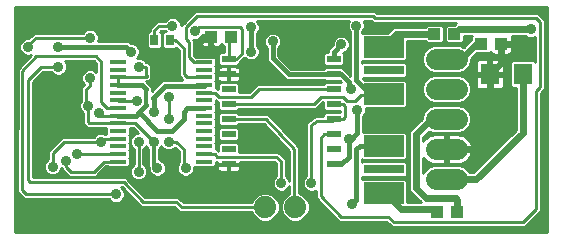
<source format=gbl>
G75*
G70*
%OFA0B0*%
%FSLAX24Y24*%
%IPPOS*%
%LPD*%
%AMOC8*
5,1,8,0,0,1.08239X$1,22.5*
%
%ADD10R,0.0550X0.0137*%
%ADD11R,0.0472X0.0236*%
%ADD12R,0.0276X0.0354*%
%ADD13R,0.0433X0.0394*%
%ADD14R,0.1339X0.0728*%
%ADD15R,0.1339X0.0315*%
%ADD16C,0.0740*%
%ADD17C,0.0709*%
%ADD18R,0.0630X0.0709*%
%ADD19C,0.0356*%
%ADD20C,0.0100*%
%ADD21C,0.0160*%
%ADD22C,0.0120*%
%ADD23C,0.0240*%
%ADD24C,0.0140*%
D10*
X004418Y003282D03*
X004418Y003538D03*
X004418Y003793D03*
X004418Y004049D03*
X004418Y004305D03*
X004418Y004561D03*
X004418Y004817D03*
X004418Y005073D03*
X004418Y005329D03*
X004418Y005585D03*
X004418Y005841D03*
X004418Y006097D03*
X004418Y006353D03*
X004418Y006608D03*
X007297Y006608D03*
X007297Y006353D03*
X007297Y006097D03*
X007297Y005841D03*
X007297Y005585D03*
X007297Y005329D03*
X007297Y005073D03*
X007297Y004817D03*
X007297Y004561D03*
X007297Y004305D03*
X007297Y004049D03*
X007297Y003793D03*
X007297Y003538D03*
X007297Y003282D03*
D11*
X008108Y003195D03*
X008108Y003695D03*
X008108Y004195D03*
X008108Y004695D03*
X008108Y005195D03*
X008108Y005695D03*
X008108Y006195D03*
X008108Y006695D03*
X011608Y006695D03*
X011608Y006195D03*
X011608Y005695D03*
X011608Y005195D03*
X011608Y004695D03*
X011608Y004195D03*
X011608Y003695D03*
X011608Y003195D03*
D12*
X006141Y007339D03*
X005629Y007339D03*
D13*
X007515Y007445D03*
X008184Y007445D03*
X014966Y007535D03*
X015635Y007535D03*
X016523Y007195D03*
X017192Y007195D03*
X015733Y001604D03*
X015063Y001604D03*
D14*
X013282Y002235D03*
X013282Y003810D03*
X013276Y005538D03*
X013276Y007112D03*
D15*
X013276Y006325D03*
X013282Y003023D03*
D16*
X010324Y001766D03*
X009324Y001766D03*
D17*
X015003Y002695D02*
X015712Y002695D01*
X015712Y003695D02*
X015003Y003695D01*
X015003Y004695D02*
X015712Y004695D01*
X015712Y005695D02*
X015003Y005695D01*
X015003Y006695D02*
X015712Y006695D01*
D18*
X016806Y006195D03*
X017909Y006195D03*
D19*
X017858Y007195D03*
X018170Y007695D03*
X012358Y007820D03*
X011858Y007195D03*
X009576Y007289D03*
X008858Y006945D03*
X008858Y007758D03*
X006983Y007633D03*
X006233Y007820D03*
X007108Y006945D03*
X005108Y006445D03*
X004858Y006945D03*
X003483Y007420D03*
X002420Y007101D03*
X001420Y007101D03*
X002431Y006441D03*
X003483Y006070D03*
X005045Y005320D03*
X005608Y004945D03*
X006108Y004695D03*
X006108Y005445D03*
X003788Y004905D03*
X003423Y005145D03*
X003858Y003945D03*
X003045Y003539D03*
X002701Y003289D03*
X002237Y003113D03*
X004358Y002195D03*
X005108Y002945D03*
X005733Y003070D03*
X006108Y003445D03*
X006670Y003070D03*
X006108Y003945D03*
X005608Y003945D03*
X005108Y003945D03*
X008358Y002445D03*
X009858Y002570D03*
X010858Y002570D03*
X012206Y001861D03*
X012108Y004039D03*
X012389Y005008D03*
X012201Y005695D03*
D20*
X000989Y008449D02*
X000982Y000945D01*
X018729Y000945D01*
X018722Y008446D01*
X000989Y008449D01*
X000989Y008400D02*
X018722Y008400D01*
X018723Y008301D02*
X000989Y008301D01*
X000988Y008203D02*
X006889Y008203D01*
X006885Y008199D02*
X006604Y007918D01*
X006521Y007834D01*
X006521Y007877D01*
X006477Y007983D01*
X006396Y008064D01*
X006290Y008108D01*
X006175Y008108D01*
X006069Y008064D01*
X005988Y007983D01*
X005981Y007967D01*
X005714Y007967D01*
X005621Y007873D01*
X005469Y007721D01*
X005469Y007626D01*
X005446Y007626D01*
X005381Y007561D01*
X005381Y007116D01*
X005446Y007052D01*
X005813Y007052D01*
X005877Y007116D01*
X005877Y007561D01*
X005819Y007619D01*
X005847Y007647D01*
X005998Y007647D01*
X006019Y007626D01*
X005958Y007626D01*
X005893Y007561D01*
X005893Y007116D01*
X005958Y007052D01*
X006324Y007052D01*
X006355Y007082D01*
X006448Y006989D01*
X006448Y006129D01*
X006546Y006030D01*
X006566Y006010D01*
X006057Y006010D01*
X006054Y006013D01*
X005979Y006010D01*
X005904Y006010D01*
X005901Y006007D01*
X005897Y006007D01*
X005846Y005952D01*
X005793Y005899D01*
X005793Y005895D01*
X005547Y005630D01*
X005547Y005774D01*
X005366Y005956D01*
X005377Y005956D01*
X005439Y005956D01*
X005443Y005961D01*
X005449Y005961D01*
X005489Y006007D01*
X005532Y006050D01*
X005532Y006056D01*
X005536Y006061D01*
X005532Y006122D01*
X005532Y006183D01*
X005528Y006187D01*
X005524Y006243D01*
X005524Y006436D01*
X005526Y006500D01*
X005524Y006502D01*
X005524Y006504D01*
X005479Y006550D01*
X005435Y006596D01*
X005432Y006596D01*
X005431Y006598D01*
X005367Y006598D01*
X005356Y006598D01*
X005352Y006608D01*
X005271Y006689D01*
X005165Y006733D01*
X005053Y006733D01*
X005102Y006782D01*
X005146Y006888D01*
X005146Y007002D01*
X005102Y007108D01*
X005021Y007189D01*
X004915Y007233D01*
X004838Y007233D01*
X004780Y007291D01*
X003741Y007291D01*
X003771Y007363D01*
X003771Y007478D01*
X003727Y007584D01*
X003646Y007665D01*
X003540Y007709D01*
X003425Y007709D01*
X003319Y007665D01*
X003238Y007584D01*
X003234Y007574D01*
X001604Y007574D01*
X001510Y007480D01*
X001419Y007389D01*
X001363Y007389D01*
X001257Y007346D01*
X001176Y007265D01*
X001132Y007159D01*
X001132Y007044D01*
X001176Y006938D01*
X001257Y006857D01*
X001363Y006813D01*
X001477Y006813D01*
X001522Y006832D01*
X001117Y006400D01*
X001071Y006355D01*
X001071Y006352D01*
X001069Y006350D01*
X001071Y006287D01*
X001061Y002398D01*
X001061Y002332D01*
X001061Y002265D01*
X001108Y002218D01*
X001155Y002171D01*
X001291Y002035D01*
X004112Y002035D01*
X004113Y002032D01*
X004194Y001951D01*
X004300Y001907D01*
X004415Y001907D01*
X004521Y001951D01*
X004602Y002032D01*
X004646Y002138D01*
X004646Y002252D01*
X004602Y002358D01*
X004521Y002439D01*
X004516Y002441D01*
X004541Y002441D01*
X005197Y001785D01*
X006291Y001785D01*
X006470Y001606D01*
X008871Y001606D01*
X008917Y001494D01*
X009052Y001359D01*
X009229Y001286D01*
X009420Y001286D01*
X009596Y001359D01*
X009731Y001494D01*
X009804Y001670D01*
X009804Y001861D01*
X009731Y002038D01*
X009596Y002173D01*
X009420Y002246D01*
X009229Y002246D01*
X009052Y002173D01*
X008917Y002038D01*
X008871Y001926D01*
X006603Y001926D01*
X006517Y002011D01*
X006424Y002105D01*
X005330Y002105D01*
X004767Y002668D01*
X004674Y002761D01*
X001580Y002761D01*
X001580Y005941D01*
X001924Y006285D01*
X002183Y006285D01*
X002187Y006277D01*
X002268Y006196D01*
X002374Y006153D01*
X002488Y006153D01*
X002594Y006196D01*
X002675Y006277D01*
X002719Y006383D01*
X002719Y006498D01*
X002675Y006604D01*
X002650Y006629D01*
X003604Y006629D01*
X003698Y006535D01*
X003698Y006263D01*
X003646Y006314D01*
X003540Y006358D01*
X003425Y006358D01*
X003319Y006314D01*
X003238Y006233D01*
X003194Y006127D01*
X003194Y006013D01*
X003238Y005907D01*
X003291Y005854D01*
X003198Y005761D01*
X003198Y005328D01*
X003178Y005308D01*
X003134Y005202D01*
X003134Y005088D01*
X003178Y004982D01*
X003259Y004901D01*
X003262Y004899D01*
X003262Y004549D01*
X003356Y004455D01*
X003356Y004455D01*
X003401Y004410D01*
X004033Y004410D01*
X004033Y004209D01*
X003972Y004209D01*
X003915Y004233D01*
X003800Y004233D01*
X003694Y004189D01*
X003613Y004108D01*
X003612Y004105D01*
X002541Y004105D01*
X002077Y003641D01*
X002077Y003358D01*
X002074Y003357D01*
X001993Y003276D01*
X001949Y003170D01*
X001949Y003055D01*
X001993Y002949D01*
X002074Y002868D01*
X002180Y002825D01*
X002294Y002825D01*
X002400Y002868D01*
X002481Y002949D01*
X002525Y003055D01*
X002525Y003057D01*
X002538Y003045D01*
X002541Y003043D01*
X002541Y003035D01*
X002698Y002879D01*
X002791Y002785D01*
X003674Y002785D01*
X003767Y002879D01*
X004010Y003122D01*
X004079Y003122D01*
X004098Y003103D01*
X004739Y003103D01*
X004803Y003168D01*
X004803Y003396D01*
X004789Y003410D01*
X004803Y003424D01*
X004803Y003652D01*
X004789Y003666D01*
X004803Y003679D01*
X004803Y003908D01*
X004789Y003921D01*
X004803Y003935D01*
X004803Y004163D01*
X004789Y004177D01*
X004803Y004191D01*
X004803Y004401D01*
X004925Y004401D01*
X005093Y004233D01*
X005050Y004233D01*
X004944Y004189D01*
X004863Y004108D01*
X004819Y004002D01*
X004819Y003888D01*
X004863Y003782D01*
X004944Y003701D01*
X004948Y003699D01*
X004948Y003191D01*
X004944Y003189D01*
X004863Y003108D01*
X004819Y003002D01*
X004819Y002888D01*
X004863Y002782D01*
X004944Y002701D01*
X005050Y002657D01*
X005165Y002657D01*
X005271Y002701D01*
X005352Y002782D01*
X005396Y002888D01*
X005396Y003002D01*
X005352Y003108D01*
X005271Y003189D01*
X005267Y003191D01*
X005267Y003699D01*
X005271Y003701D01*
X005352Y003782D01*
X005357Y003796D01*
X005363Y003782D01*
X005428Y003718D01*
X005428Y003284D01*
X005418Y003274D01*
X005418Y003116D01*
X005444Y003089D01*
X005444Y003013D01*
X005488Y002907D01*
X005569Y002826D01*
X005675Y002782D01*
X005790Y002782D01*
X005896Y002826D01*
X005977Y002907D01*
X006021Y003013D01*
X006021Y003127D01*
X005977Y003233D01*
X005896Y003314D01*
X005790Y003358D01*
X005787Y003358D01*
X005787Y003718D01*
X005852Y003782D01*
X005858Y003796D01*
X005863Y003782D01*
X005944Y003701D01*
X006050Y003657D01*
X006165Y003657D01*
X006271Y003701D01*
X006323Y003753D01*
X006448Y003629D01*
X006448Y003255D01*
X006426Y003233D01*
X006382Y003127D01*
X006382Y003013D01*
X006426Y002907D01*
X006507Y002826D01*
X006613Y002782D01*
X006727Y002782D01*
X006833Y002826D01*
X006914Y002907D01*
X006958Y003013D01*
X006958Y003121D01*
X006976Y003103D01*
X007617Y003103D01*
X007682Y003168D01*
X007682Y003285D01*
X007721Y003285D01*
X007721Y003204D01*
X008098Y003204D01*
X008098Y003186D01*
X007721Y003186D01*
X007721Y003057D01*
X007732Y003019D01*
X007751Y002985D01*
X007779Y002957D01*
X007813Y002937D01*
X007852Y002927D01*
X008098Y002927D01*
X008098Y003186D01*
X008117Y003186D01*
X008117Y003204D01*
X008494Y003204D01*
X008494Y003285D01*
X009622Y003285D01*
X009698Y003234D01*
X009698Y002816D01*
X009694Y002814D01*
X009613Y002733D01*
X009569Y002627D01*
X009569Y002513D01*
X009613Y002407D01*
X009694Y002326D01*
X009800Y002282D01*
X009915Y002282D01*
X010021Y002326D01*
X010102Y002407D01*
X010135Y002487D01*
X010135Y002207D01*
X010052Y002173D01*
X009917Y002038D01*
X009844Y001861D01*
X009844Y001670D01*
X009917Y001494D01*
X010052Y001359D01*
X010229Y001286D01*
X010420Y001286D01*
X010596Y001359D01*
X010731Y001494D01*
X010804Y001670D01*
X010804Y001861D01*
X010731Y002038D01*
X010596Y002173D01*
X010455Y002231D01*
X010455Y003692D01*
X010457Y003756D01*
X010455Y003758D01*
X010455Y003761D01*
X010410Y003806D01*
X009517Y004758D01*
X009517Y004761D01*
X009472Y004806D01*
X009429Y004853D01*
X009426Y004853D01*
X009424Y004855D01*
X009360Y004855D01*
X009296Y004857D01*
X009294Y004855D01*
X008454Y004855D01*
X008454Y004859D01*
X008389Y004923D01*
X007826Y004923D01*
X007761Y004859D01*
X007761Y004531D01*
X007826Y004467D01*
X008389Y004467D01*
X008454Y004531D01*
X008454Y004535D01*
X009288Y004535D01*
X010135Y003632D01*
X010135Y002653D01*
X010102Y002733D01*
X010021Y002814D01*
X010017Y002816D01*
X010017Y003272D01*
X010027Y003286D01*
X010017Y003336D01*
X010017Y003386D01*
X010005Y003399D01*
X010001Y003416D01*
X009959Y003444D01*
X009924Y003480D01*
X009906Y003480D01*
X009772Y003569D01*
X009736Y003605D01*
X009718Y003605D01*
X009704Y003615D01*
X009654Y003605D01*
X008454Y003605D01*
X008454Y003859D01*
X008389Y003923D01*
X007826Y003923D01*
X007761Y003859D01*
X007761Y003643D01*
X007706Y003698D01*
X007682Y003698D01*
X007682Y003908D01*
X007668Y003921D01*
X007682Y003935D01*
X007682Y004163D01*
X007668Y004177D01*
X007682Y004191D01*
X007682Y004419D01*
X007668Y004433D01*
X007682Y004447D01*
X007682Y004675D01*
X007668Y004689D01*
X007682Y004703D01*
X007682Y004931D01*
X007668Y004945D01*
X007682Y004959D01*
X007682Y005187D01*
X007668Y005201D01*
X007682Y005215D01*
X007682Y005332D01*
X007729Y005285D01*
X007761Y005285D01*
X007761Y005031D01*
X007826Y004967D01*
X008389Y004967D01*
X008454Y005031D01*
X008454Y005035D01*
X011018Y005035D01*
X011261Y005279D01*
X011261Y005031D01*
X011326Y004967D01*
X011823Y004967D01*
X011823Y004923D01*
X011326Y004923D01*
X011261Y004859D01*
X011261Y004793D01*
X011061Y004793D01*
X011011Y004802D01*
X010997Y004793D01*
X010979Y004793D01*
X010943Y004757D01*
X010809Y004668D01*
X010791Y004668D01*
X010756Y004632D01*
X010714Y004604D01*
X010710Y004586D01*
X010698Y004574D01*
X010698Y004523D01*
X010688Y004474D01*
X010698Y004459D01*
X010698Y002816D01*
X010694Y002814D01*
X010613Y002733D01*
X010569Y002627D01*
X010569Y002513D01*
X010613Y002407D01*
X010694Y002326D01*
X010800Y002282D01*
X010915Y002282D01*
X011010Y002321D01*
X011010Y002066D01*
X011698Y001379D01*
X011791Y001285D01*
X013354Y001285D01*
X013448Y001191D01*
X013541Y001098D01*
X017986Y001098D01*
X018424Y001535D01*
X018517Y001629D01*
X018517Y005566D01*
X018549Y005598D01*
X018642Y005691D01*
X018642Y008011D01*
X018517Y008136D01*
X018424Y008230D01*
X013049Y008230D01*
X012986Y008293D01*
X006979Y008293D01*
X006885Y008199D01*
X006790Y008104D02*
X006300Y008104D01*
X006165Y008104D02*
X000988Y008104D01*
X000988Y008006D02*
X006011Y008006D01*
X006094Y007807D02*
X006233Y007820D01*
X006094Y007807D02*
X005781Y007807D01*
X005629Y007655D01*
X005629Y007339D01*
X005877Y007316D02*
X005893Y007316D01*
X005893Y007218D02*
X005877Y007218D01*
X005877Y007119D02*
X005893Y007119D01*
X005877Y007415D02*
X005893Y007415D01*
X005893Y007513D02*
X005877Y007513D01*
X005827Y007612D02*
X005943Y007612D01*
X006141Y007339D02*
X006324Y007339D01*
X006608Y007055D01*
X006608Y006195D01*
X006706Y006097D01*
X007297Y006097D01*
X007297Y005841D02*
X007276Y005820D01*
X007297Y005585D02*
X007655Y005585D01*
X007795Y005445D01*
X008858Y005445D01*
X009108Y005695D01*
X011608Y005695D01*
X011326Y005923D02*
X011261Y005859D01*
X011261Y005855D01*
X009041Y005855D01*
X008791Y005605D01*
X008454Y005605D01*
X008454Y005859D01*
X008389Y005923D01*
X007826Y005923D01*
X007761Y005859D01*
X007761Y005705D01*
X007722Y005745D01*
X007682Y005745D01*
X007682Y005955D01*
X007668Y005969D01*
X007682Y005983D01*
X007682Y006211D01*
X007668Y006225D01*
X007682Y006238D01*
X007682Y006467D01*
X007668Y006480D01*
X007682Y006494D01*
X007682Y006723D01*
X007617Y006787D01*
X006992Y006787D01*
X006955Y006824D01*
X006955Y007324D01*
X006934Y007344D01*
X007040Y007344D01*
X007146Y007388D01*
X007148Y007391D01*
X007148Y007228D01*
X007159Y007190D01*
X007178Y007156D01*
X007206Y007128D01*
X007241Y007108D01*
X007279Y007098D01*
X007467Y007098D01*
X007467Y007397D01*
X007563Y007397D01*
X007563Y007098D01*
X007751Y007098D01*
X007789Y007108D01*
X007824Y007128D01*
X007852Y007156D01*
X007871Y007190D01*
X007922Y007138D01*
X007948Y007138D01*
X007948Y006923D01*
X007826Y006923D01*
X007761Y006859D01*
X007761Y006531D01*
X007826Y006467D01*
X008389Y006467D01*
X008454Y006531D01*
X008454Y006565D01*
X008611Y006723D01*
X008642Y006753D01*
X008694Y006701D01*
X008800Y006657D01*
X008915Y006657D01*
X009021Y006701D01*
X009102Y006782D01*
X009146Y006888D01*
X009146Y007002D01*
X009102Y007108D01*
X009047Y007163D01*
X009047Y007540D01*
X009102Y007594D01*
X009146Y007700D01*
X009146Y007815D01*
X009102Y007921D01*
X009050Y007973D01*
X012109Y007973D01*
X012069Y007877D01*
X012069Y007763D01*
X012113Y007657D01*
X012168Y007603D01*
X012168Y006154D01*
X011936Y006385D01*
X011927Y006385D01*
X011889Y006423D01*
X011326Y006423D01*
X011288Y006385D01*
X010186Y006385D01*
X009766Y006805D01*
X009766Y007071D01*
X009820Y007126D01*
X009864Y007231D01*
X009864Y007346D01*
X009820Y007452D01*
X009739Y007533D01*
X009634Y007577D01*
X009519Y007577D01*
X009413Y007533D01*
X009332Y007452D01*
X009288Y007346D01*
X009288Y007231D01*
X009332Y007126D01*
X009386Y007071D01*
X009386Y006648D01*
X009918Y006116D01*
X010029Y006005D01*
X011288Y006005D01*
X011326Y005967D01*
X011817Y005967D01*
X011861Y005923D01*
X011326Y005923D01*
X011608Y006195D02*
X011858Y006195D01*
X011990Y006331D02*
X012168Y006331D01*
X012168Y006233D02*
X012089Y006233D01*
X012168Y006430D02*
X010142Y006430D01*
X010043Y006528D02*
X011265Y006528D01*
X011261Y006531D02*
X011326Y006467D01*
X011889Y006467D01*
X011954Y006531D01*
X011954Y006859D01*
X011906Y006907D01*
X011915Y006907D01*
X012021Y006951D01*
X012102Y007032D01*
X012146Y007138D01*
X012146Y007252D01*
X012102Y007358D01*
X012021Y007439D01*
X011915Y007483D01*
X011800Y007483D01*
X011694Y007439D01*
X011613Y007358D01*
X011569Y007252D01*
X011569Y007176D01*
X011418Y007024D01*
X011418Y006923D01*
X011326Y006923D01*
X011261Y006859D01*
X011261Y006531D01*
X011261Y006627D02*
X009945Y006627D01*
X009846Y006725D02*
X011261Y006725D01*
X011261Y006824D02*
X009766Y006824D01*
X009766Y006922D02*
X011325Y006922D01*
X011418Y007021D02*
X009766Y007021D01*
X009814Y007119D02*
X011513Y007119D01*
X011569Y007218D02*
X009859Y007218D01*
X009864Y007316D02*
X011596Y007316D01*
X011670Y007415D02*
X009836Y007415D01*
X009759Y007513D02*
X012168Y007513D01*
X012168Y007415D02*
X012045Y007415D01*
X012119Y007316D02*
X012168Y007316D01*
X012168Y007218D02*
X012146Y007218D01*
X012138Y007119D02*
X012168Y007119D01*
X012168Y007021D02*
X012090Y007021D01*
X012168Y006922D02*
X011951Y006922D01*
X011954Y006824D02*
X012168Y006824D01*
X012168Y006725D02*
X011954Y006725D01*
X011954Y006627D02*
X012168Y006627D01*
X012168Y006528D02*
X011950Y006528D01*
X012547Y006579D02*
X012547Y006652D01*
X012561Y006638D01*
X013991Y006638D01*
X014055Y006703D01*
X014055Y007305D01*
X014639Y007305D01*
X014639Y007292D01*
X014704Y007228D01*
X015228Y007228D01*
X015292Y007292D01*
X015292Y007777D01*
X015228Y007841D01*
X014704Y007841D01*
X014639Y007777D01*
X014639Y007765D01*
X013603Y007765D01*
X013468Y007630D01*
X013425Y007587D01*
X012561Y007587D01*
X012547Y007573D01*
X012547Y007603D01*
X012602Y007657D01*
X012646Y007763D01*
X012646Y007877D01*
X012606Y007973D01*
X012854Y007973D01*
X012916Y007910D01*
X015685Y007910D01*
X015617Y007841D01*
X015373Y007841D01*
X015309Y007777D01*
X015309Y007292D01*
X015373Y007228D01*
X015897Y007228D01*
X015962Y007292D01*
X015962Y007465D01*
X016224Y007465D01*
X016196Y007437D01*
X016196Y007359D01*
X015940Y007103D01*
X015804Y007159D01*
X014911Y007159D01*
X014740Y007089D01*
X014610Y006958D01*
X014539Y006787D01*
X014539Y006603D01*
X014610Y006432D01*
X014740Y006301D01*
X014911Y006231D01*
X015804Y006231D01*
X015975Y006301D01*
X016105Y006432D01*
X016176Y006603D01*
X016176Y006688D01*
X016376Y006888D01*
X016785Y006888D01*
X016836Y006940D01*
X016856Y006906D01*
X016884Y006878D01*
X016918Y006858D01*
X016956Y006848D01*
X017144Y006848D01*
X017144Y007147D01*
X017241Y007147D01*
X017241Y007243D01*
X017559Y007243D01*
X017559Y007412D01*
X017548Y007450D01*
X017540Y007465D01*
X017993Y007465D01*
X018007Y007451D01*
X018113Y007407D01*
X018227Y007407D01*
X018323Y007446D01*
X018323Y006606D01*
X018269Y006659D01*
X017548Y006659D01*
X017484Y006595D01*
X017484Y005795D01*
X017548Y005731D01*
X017679Y005731D01*
X017679Y004342D01*
X016262Y002925D01*
X016119Y002925D01*
X016105Y002958D01*
X015975Y003089D01*
X015804Y003159D01*
X014911Y003159D01*
X014740Y003089D01*
X014610Y002958D01*
X014587Y002905D01*
X014587Y003409D01*
X014618Y003367D01*
X014675Y003310D01*
X014739Y003264D01*
X014810Y003228D01*
X014885Y003203D01*
X014963Y003191D01*
X015308Y003191D01*
X015308Y003645D01*
X015407Y003645D01*
X015407Y003191D01*
X015752Y003191D01*
X015830Y003203D01*
X015905Y003228D01*
X015976Y003264D01*
X016040Y003310D01*
X016097Y003367D01*
X016143Y003431D01*
X016179Y003501D01*
X016204Y003577D01*
X016215Y003645D01*
X015408Y003645D01*
X015408Y003745D01*
X016215Y003745D01*
X016204Y003813D01*
X016179Y003889D01*
X016143Y003959D01*
X016097Y004024D01*
X016040Y004080D01*
X015976Y004126D01*
X015905Y004162D01*
X015830Y004187D01*
X015752Y004199D01*
X015407Y004199D01*
X015407Y003745D01*
X015308Y003745D01*
X015308Y004199D01*
X014963Y004199D01*
X014885Y004187D01*
X014810Y004162D01*
X014739Y004126D01*
X014675Y004080D01*
X014618Y004024D01*
X014587Y003981D01*
X014587Y004100D01*
X014775Y004287D01*
X014911Y004231D01*
X015804Y004231D01*
X015975Y004301D01*
X016105Y004432D01*
X016176Y004603D01*
X016176Y004787D01*
X016105Y004958D01*
X015975Y005089D01*
X015804Y005159D01*
X014911Y005159D01*
X014740Y005089D01*
X014610Y004958D01*
X014539Y004787D01*
X014539Y004702D01*
X014128Y004290D01*
X014128Y002319D01*
X014262Y002184D01*
X014262Y002184D01*
X014471Y001975D01*
X014471Y001975D01*
X014521Y001925D01*
X014061Y001925D01*
X014061Y002645D01*
X013997Y002710D01*
X012567Y002710D01*
X012547Y002690D01*
X012547Y002775D01*
X012567Y002755D01*
X013997Y002755D01*
X014061Y002820D01*
X014061Y003226D01*
X013997Y003290D01*
X012567Y003290D01*
X012547Y003271D01*
X012547Y003355D01*
X012567Y003336D01*
X013997Y003336D01*
X014061Y003400D01*
X014061Y004220D01*
X013997Y004284D01*
X012579Y004284D01*
X012579Y004790D01*
X012633Y004844D01*
X012677Y004950D01*
X012677Y005063D01*
X013991Y005063D01*
X014055Y005128D01*
X014055Y005947D01*
X013991Y006012D01*
X012622Y006012D01*
X012576Y006057D01*
X013991Y006057D01*
X014055Y006122D01*
X014055Y006528D01*
X014570Y006528D01*
X014539Y006627D02*
X012547Y006627D01*
X012561Y006592D02*
X012547Y006579D01*
X012561Y006592D02*
X013991Y006592D01*
X014055Y006528D01*
X014055Y006430D02*
X014612Y006430D01*
X014711Y006331D02*
X014055Y006331D01*
X014055Y006233D02*
X014906Y006233D01*
X014911Y006159D02*
X014740Y006089D01*
X014610Y005958D01*
X014539Y005787D01*
X014539Y005603D01*
X014610Y005432D01*
X014740Y005301D01*
X014911Y005231D01*
X015804Y005231D01*
X015975Y005301D01*
X016105Y005432D01*
X016176Y005603D01*
X016176Y005787D01*
X016105Y005958D01*
X015975Y006089D01*
X015804Y006159D01*
X014911Y006159D01*
X014850Y006134D02*
X014055Y006134D01*
X014055Y005937D02*
X014601Y005937D01*
X014560Y005839D02*
X014055Y005839D01*
X014055Y005740D02*
X014539Y005740D01*
X014539Y005642D02*
X014055Y005642D01*
X014055Y005543D02*
X014564Y005543D01*
X014604Y005445D02*
X014055Y005445D01*
X014055Y005346D02*
X014696Y005346D01*
X014870Y005248D02*
X014055Y005248D01*
X014055Y005149D02*
X014886Y005149D01*
X014702Y005051D02*
X012677Y005051D01*
X012677Y004952D02*
X014607Y004952D01*
X014566Y004854D02*
X012637Y004854D01*
X012579Y004755D02*
X014539Y004755D01*
X014494Y004657D02*
X012579Y004657D01*
X012579Y004558D02*
X014395Y004558D01*
X014297Y004460D02*
X012579Y004460D01*
X012579Y004361D02*
X014198Y004361D01*
X014128Y004263D02*
X014018Y004263D01*
X014061Y004164D02*
X014128Y004164D01*
X014128Y004066D02*
X014061Y004066D01*
X014061Y003967D02*
X014128Y003967D01*
X014128Y003869D02*
X014061Y003869D01*
X014061Y003770D02*
X014128Y003770D01*
X014128Y003672D02*
X014061Y003672D01*
X014061Y003573D02*
X014128Y003573D01*
X014128Y003475D02*
X014061Y003475D01*
X014037Y003376D02*
X014128Y003376D01*
X014128Y003278D02*
X014009Y003278D01*
X014061Y003179D02*
X014128Y003179D01*
X014128Y003081D02*
X014061Y003081D01*
X014061Y002982D02*
X014128Y002982D01*
X014128Y002884D02*
X014061Y002884D01*
X014026Y002785D02*
X014128Y002785D01*
X014128Y002687D02*
X014020Y002687D01*
X014061Y002588D02*
X014128Y002588D01*
X014128Y002490D02*
X014061Y002490D01*
X014061Y002391D02*
X014128Y002391D01*
X014153Y002293D02*
X014061Y002293D01*
X014061Y002194D02*
X014252Y002194D01*
X014350Y002096D02*
X014061Y002096D01*
X014061Y001997D02*
X014449Y001997D01*
X014972Y001695D02*
X015063Y001604D01*
X014949Y001604D01*
X013608Y001258D02*
X017920Y001258D01*
X018358Y001695D01*
X018358Y005633D01*
X018483Y005758D01*
X018483Y007945D01*
X018358Y008070D01*
X012983Y008070D01*
X012920Y008133D01*
X007045Y008133D01*
X006670Y007758D01*
X006670Y007383D01*
X006795Y007258D01*
X006795Y006758D01*
X006944Y006608D01*
X007297Y006608D01*
X007682Y006627D02*
X007761Y006627D01*
X007761Y006725D02*
X007679Y006725D01*
X007761Y006824D02*
X006955Y006824D01*
X006955Y006922D02*
X007825Y006922D01*
X007733Y006945D02*
X007733Y006320D01*
X007721Y006331D02*
X007682Y006331D01*
X007721Y006333D02*
X007721Y006204D01*
X008098Y006204D01*
X008098Y006186D01*
X007721Y006186D01*
X007721Y006057D01*
X007732Y006019D01*
X007751Y005985D01*
X007779Y005957D01*
X007813Y005937D01*
X007852Y005927D01*
X008098Y005927D01*
X008098Y006186D01*
X008117Y006186D01*
X008117Y006204D01*
X008494Y006204D01*
X008494Y006333D01*
X008483Y006371D01*
X008464Y006405D01*
X008436Y006433D01*
X008402Y006453D01*
X008363Y006463D01*
X008117Y006463D01*
X008117Y006204D01*
X008098Y006204D01*
X008098Y006463D01*
X007852Y006463D01*
X007813Y006453D01*
X007779Y006433D01*
X007751Y006405D01*
X007732Y006371D01*
X007721Y006333D01*
X007721Y006233D02*
X007676Y006233D01*
X007682Y006134D02*
X007721Y006134D01*
X007727Y006036D02*
X007682Y006036D01*
X007682Y005937D02*
X007814Y005937D01*
X007761Y005839D02*
X007682Y005839D01*
X007726Y005740D02*
X007761Y005740D01*
X008098Y005937D02*
X008117Y005937D01*
X008117Y005927D02*
X008363Y005927D01*
X008402Y005937D01*
X008436Y005957D01*
X008464Y005985D01*
X008483Y006019D01*
X008494Y006057D01*
X008494Y006186D01*
X008117Y006186D01*
X008117Y005927D01*
X008117Y006036D02*
X008098Y006036D01*
X008098Y006134D02*
X008117Y006134D01*
X008117Y006233D02*
X008098Y006233D01*
X008098Y006331D02*
X008117Y006331D01*
X008117Y006430D02*
X008098Y006430D01*
X008108Y006695D02*
X008358Y006695D01*
X008545Y006883D01*
X008545Y007695D01*
X008483Y007758D01*
X007108Y007758D01*
X006983Y007633D01*
X007237Y007493D02*
X007467Y007493D01*
X007467Y007397D01*
X007154Y007397D01*
X007227Y007469D01*
X007237Y007493D01*
X007172Y007415D02*
X007467Y007415D01*
X007515Y007445D02*
X007358Y007445D01*
X007467Y007316D02*
X007563Y007316D01*
X007563Y007218D02*
X007467Y007218D01*
X007467Y007119D02*
X007563Y007119D01*
X007222Y007119D02*
X006955Y007119D01*
X006955Y007021D02*
X007948Y007021D01*
X007948Y007119D02*
X007808Y007119D01*
X008108Y007368D02*
X008184Y007445D01*
X008108Y007368D02*
X008108Y006695D01*
X008450Y006528D02*
X009506Y006528D01*
X009604Y006430D02*
X008439Y006430D01*
X008494Y006331D02*
X009703Y006331D01*
X009801Y006233D02*
X008494Y006233D01*
X008494Y006134D02*
X009900Y006134D01*
X009998Y006036D02*
X008488Y006036D01*
X008401Y005937D02*
X011847Y005937D01*
X011920Y005445D02*
X011201Y005445D01*
X010951Y005195D01*
X008108Y005195D01*
X007761Y005149D02*
X007682Y005149D01*
X007682Y005051D02*
X007761Y005051D01*
X007675Y004952D02*
X011823Y004952D01*
X011983Y005133D02*
X011983Y004758D01*
X011920Y004695D01*
X011608Y004695D01*
X011545Y004633D01*
X011045Y004633D01*
X010858Y004508D01*
X010858Y002570D01*
X010594Y002687D02*
X010455Y002687D01*
X010455Y002785D02*
X010665Y002785D01*
X010698Y002884D02*
X010455Y002884D01*
X010455Y002982D02*
X010698Y002982D01*
X010698Y003081D02*
X010455Y003081D01*
X010455Y003179D02*
X010698Y003179D01*
X010698Y003278D02*
X010455Y003278D01*
X010455Y003376D02*
X010698Y003376D01*
X010698Y003475D02*
X010455Y003475D01*
X010455Y003573D02*
X010698Y003573D01*
X010698Y003672D02*
X010455Y003672D01*
X010446Y003770D02*
X010698Y003770D01*
X010698Y003869D02*
X010352Y003869D01*
X010259Y003967D02*
X010698Y003967D01*
X010698Y004066D02*
X010167Y004066D01*
X010075Y004164D02*
X010698Y004164D01*
X010698Y004263D02*
X009982Y004263D01*
X009890Y004361D02*
X010698Y004361D01*
X010697Y004460D02*
X009798Y004460D01*
X009705Y004558D02*
X010698Y004558D01*
X010780Y004657D02*
X009613Y004657D01*
X009521Y004755D02*
X010940Y004755D01*
X011033Y005051D02*
X011261Y005051D01*
X011261Y005149D02*
X011132Y005149D01*
X011230Y005248D02*
X011261Y005248D01*
X011608Y005195D02*
X011920Y005195D01*
X011983Y005133D01*
X012045Y005320D02*
X012326Y005320D01*
X012514Y005508D01*
X012858Y005508D01*
X013246Y005508D01*
X013276Y005538D01*
X012598Y006036D02*
X014687Y006036D01*
X014539Y006725D02*
X014055Y006725D01*
X014055Y006824D02*
X014554Y006824D01*
X014595Y006922D02*
X014055Y006922D01*
X014055Y007021D02*
X014672Y007021D01*
X014813Y007119D02*
X014055Y007119D01*
X014055Y007218D02*
X016055Y007218D01*
X015962Y007316D02*
X016153Y007316D01*
X016196Y007415D02*
X015962Y007415D01*
X015795Y007695D02*
X015635Y007535D01*
X015309Y007513D02*
X015292Y007513D01*
X015292Y007415D02*
X015309Y007415D01*
X015309Y007316D02*
X015292Y007316D01*
X015292Y007612D02*
X015309Y007612D01*
X015309Y007710D02*
X015292Y007710D01*
X015261Y007809D02*
X015340Y007809D01*
X015682Y007907D02*
X012633Y007907D01*
X012646Y007809D02*
X014671Y007809D01*
X013548Y007710D02*
X012624Y007710D01*
X012556Y007612D02*
X013450Y007612D01*
X012159Y007612D02*
X009109Y007612D01*
X009146Y007710D02*
X012091Y007710D01*
X012069Y007809D02*
X009146Y007809D01*
X009107Y007907D02*
X012082Y007907D01*
X009393Y007513D02*
X009047Y007513D01*
X009047Y007415D02*
X009316Y007415D01*
X009288Y007316D02*
X009047Y007316D01*
X009047Y007218D02*
X009294Y007218D01*
X009339Y007119D02*
X009091Y007119D01*
X009138Y007021D02*
X009386Y007021D01*
X009386Y006922D02*
X009146Y006922D01*
X009119Y006824D02*
X009386Y006824D01*
X009386Y006725D02*
X009045Y006725D01*
X008670Y006725D02*
X008614Y006725D01*
X008515Y006627D02*
X009407Y006627D01*
X009025Y005839D02*
X008454Y005839D01*
X008454Y005740D02*
X008926Y005740D01*
X008828Y005642D02*
X008454Y005642D01*
X007761Y005248D02*
X007682Y005248D01*
X007682Y004854D02*
X007761Y004854D01*
X007761Y004755D02*
X007682Y004755D01*
X007682Y004657D02*
X007761Y004657D01*
X007761Y004558D02*
X007682Y004558D01*
X007682Y004460D02*
X009359Y004460D01*
X009451Y004361D02*
X008451Y004361D01*
X008454Y004359D02*
X008389Y004423D01*
X007826Y004423D01*
X007761Y004359D01*
X007761Y004031D01*
X007826Y003967D01*
X008389Y003967D01*
X008454Y004031D01*
X008454Y004359D01*
X008454Y004263D02*
X009544Y004263D01*
X009636Y004164D02*
X008454Y004164D01*
X008454Y004066D02*
X009728Y004066D01*
X009821Y003967D02*
X008389Y003967D01*
X008444Y003869D02*
X009913Y003869D01*
X010005Y003770D02*
X008454Y003770D01*
X008454Y003672D02*
X010098Y003672D01*
X010135Y003573D02*
X009768Y003573D01*
X009670Y003445D02*
X009858Y003320D01*
X009858Y002570D01*
X010121Y002687D02*
X010135Y002687D01*
X010135Y002785D02*
X010050Y002785D01*
X010017Y002884D02*
X010135Y002884D01*
X010135Y002982D02*
X010017Y002982D01*
X010017Y003081D02*
X010135Y003081D01*
X010135Y003179D02*
X010017Y003179D01*
X010021Y003278D02*
X010135Y003278D01*
X010135Y003376D02*
X010017Y003376D01*
X009929Y003475D02*
X010135Y003475D01*
X010295Y003695D02*
X010295Y001799D01*
X010324Y001766D01*
X009872Y001603D02*
X009776Y001603D01*
X009804Y001702D02*
X009844Y001702D01*
X009844Y001800D02*
X009804Y001800D01*
X009789Y001899D02*
X009859Y001899D01*
X009900Y001997D02*
X009748Y001997D01*
X009673Y002096D02*
X009975Y002096D01*
X010103Y002194D02*
X009545Y002194D01*
X009629Y002391D02*
X005044Y002391D01*
X005143Y002293D02*
X009775Y002293D01*
X009940Y002293D02*
X010135Y002293D01*
X010135Y002391D02*
X010086Y002391D01*
X010455Y002391D02*
X010629Y002391D01*
X010579Y002490D02*
X010455Y002490D01*
X010455Y002588D02*
X010569Y002588D01*
X010455Y002293D02*
X010775Y002293D01*
X010940Y002293D02*
X011010Y002293D01*
X011010Y002194D02*
X010545Y002194D01*
X010673Y002096D02*
X011010Y002096D01*
X011079Y001997D02*
X010748Y001997D01*
X010789Y001899D02*
X011178Y001899D01*
X011276Y001800D02*
X010804Y001800D01*
X010804Y001702D02*
X011375Y001702D01*
X011473Y001603D02*
X010776Y001603D01*
X010735Y001505D02*
X011572Y001505D01*
X011670Y001406D02*
X010643Y001406D01*
X010472Y001308D02*
X011769Y001308D01*
X011858Y001445D02*
X013420Y001445D01*
X013608Y001258D01*
X013528Y001111D02*
X000982Y001111D01*
X000982Y001209D02*
X013430Y001209D01*
X013358Y002195D02*
X013322Y002195D01*
X013282Y002235D01*
X014587Y002982D02*
X014633Y002982D01*
X014587Y003081D02*
X014732Y003081D01*
X014587Y003179D02*
X016516Y003179D01*
X016418Y003081D02*
X015983Y003081D01*
X016082Y002982D02*
X016319Y002982D01*
X016615Y003278D02*
X015995Y003278D01*
X016103Y003376D02*
X016713Y003376D01*
X016812Y003475D02*
X016165Y003475D01*
X016202Y003573D02*
X016910Y003573D01*
X017009Y003672D02*
X015408Y003672D01*
X015407Y003770D02*
X015308Y003770D01*
X015308Y003869D02*
X015407Y003869D01*
X015407Y003967D02*
X015308Y003967D01*
X015308Y004066D02*
X015407Y004066D01*
X015407Y004164D02*
X015308Y004164D01*
X014834Y004263D02*
X014750Y004263D01*
X014815Y004164D02*
X014652Y004164D01*
X014660Y004066D02*
X014587Y004066D01*
X015308Y003573D02*
X015407Y003573D01*
X015407Y003475D02*
X015308Y003475D01*
X015308Y003376D02*
X015407Y003376D01*
X015407Y003278D02*
X015308Y003278D01*
X014720Y003278D02*
X014587Y003278D01*
X014587Y003376D02*
X014612Y003376D01*
X015900Y004164D02*
X017501Y004164D01*
X017403Y004066D02*
X016055Y004066D01*
X016138Y003967D02*
X017304Y003967D01*
X017206Y003869D02*
X016186Y003869D01*
X016211Y003770D02*
X017107Y003770D01*
X017600Y004263D02*
X015881Y004263D01*
X016034Y004361D02*
X017679Y004361D01*
X017679Y004460D02*
X016117Y004460D01*
X016158Y004558D02*
X017679Y004558D01*
X017679Y004657D02*
X016176Y004657D01*
X016176Y004755D02*
X017679Y004755D01*
X017679Y004854D02*
X016149Y004854D01*
X016108Y004952D02*
X017679Y004952D01*
X017679Y005051D02*
X016013Y005051D01*
X015829Y005149D02*
X017679Y005149D01*
X017679Y005248D02*
X015845Y005248D01*
X016019Y005346D02*
X017679Y005346D01*
X017679Y005445D02*
X016111Y005445D01*
X016151Y005543D02*
X017679Y005543D01*
X017679Y005642D02*
X016176Y005642D01*
X016176Y005740D02*
X016380Y005740D01*
X016371Y005749D02*
X016399Y005721D01*
X016433Y005701D01*
X016472Y005691D01*
X016756Y005691D01*
X016756Y006145D01*
X016341Y006145D01*
X016341Y005821D01*
X016352Y005783D01*
X016371Y005749D01*
X016341Y005839D02*
X016155Y005839D01*
X016114Y005937D02*
X016341Y005937D01*
X016341Y006036D02*
X016028Y006036D01*
X015865Y006134D02*
X016341Y006134D01*
X016341Y006245D02*
X016756Y006245D01*
X016756Y006145D01*
X016856Y006145D01*
X016856Y005691D01*
X017141Y005691D01*
X017179Y005701D01*
X017213Y005721D01*
X017241Y005749D01*
X017261Y005783D01*
X017271Y005821D01*
X017271Y006145D01*
X016856Y006145D01*
X016856Y006245D01*
X016756Y006245D01*
X016756Y006699D01*
X016472Y006699D01*
X016433Y006689D01*
X016399Y006669D01*
X016371Y006641D01*
X016352Y006607D01*
X016341Y006569D01*
X016341Y006245D01*
X016341Y006331D02*
X016004Y006331D01*
X016103Y006430D02*
X016341Y006430D01*
X016341Y006528D02*
X016145Y006528D01*
X016176Y006627D02*
X016363Y006627D01*
X016213Y006725D02*
X018323Y006725D01*
X018323Y006627D02*
X018302Y006627D01*
X018323Y006824D02*
X016311Y006824D01*
X016756Y006627D02*
X016856Y006627D01*
X016856Y006699D02*
X017141Y006699D01*
X017179Y006689D01*
X017213Y006669D01*
X017241Y006641D01*
X017261Y006607D01*
X017271Y006569D01*
X017271Y006245D01*
X016856Y006245D01*
X016856Y006699D01*
X016856Y006528D02*
X016756Y006528D01*
X016756Y006430D02*
X016856Y006430D01*
X016856Y006331D02*
X016756Y006331D01*
X016756Y006233D02*
X015809Y006233D01*
X016756Y006134D02*
X016856Y006134D01*
X016856Y006036D02*
X016756Y006036D01*
X016756Y005937D02*
X016856Y005937D01*
X016856Y005839D02*
X016756Y005839D01*
X016756Y005740D02*
X016856Y005740D01*
X017233Y005740D02*
X017539Y005740D01*
X017484Y005839D02*
X017271Y005839D01*
X017271Y005937D02*
X017484Y005937D01*
X017484Y006036D02*
X017271Y006036D01*
X017271Y006134D02*
X017484Y006134D01*
X017484Y006233D02*
X016856Y006233D01*
X017271Y006331D02*
X017484Y006331D01*
X017484Y006430D02*
X017271Y006430D01*
X017271Y006528D02*
X017484Y006528D01*
X017515Y006627D02*
X017250Y006627D01*
X017241Y006848D02*
X017428Y006848D01*
X017467Y006858D01*
X017501Y006878D01*
X017529Y006906D01*
X017548Y006940D01*
X017559Y006978D01*
X017559Y007147D01*
X017241Y007147D01*
X017241Y006848D01*
X017241Y006922D02*
X017144Y006922D01*
X017144Y007021D02*
X017241Y007021D01*
X017241Y007119D02*
X017144Y007119D01*
X017241Y007218D02*
X018323Y007218D01*
X018323Y007316D02*
X017559Y007316D01*
X017558Y007415D02*
X018094Y007415D01*
X018246Y007415D02*
X018323Y007415D01*
X018323Y007119D02*
X017559Y007119D01*
X017559Y007021D02*
X018323Y007021D01*
X018323Y006922D02*
X017538Y006922D01*
X016846Y006922D02*
X016819Y006922D01*
X016523Y007195D02*
X016358Y007195D01*
X015956Y007119D02*
X015902Y007119D01*
X018451Y008203D02*
X018723Y008203D01*
X018723Y008104D02*
X018550Y008104D01*
X018642Y008006D02*
X018723Y008006D01*
X018723Y007907D02*
X018642Y007907D01*
X018642Y007809D02*
X018723Y007809D01*
X018723Y007710D02*
X018642Y007710D01*
X018642Y007612D02*
X018723Y007612D01*
X018723Y007513D02*
X018642Y007513D01*
X018642Y007415D02*
X018723Y007415D01*
X018723Y007316D02*
X018642Y007316D01*
X018642Y007218D02*
X018724Y007218D01*
X018724Y007119D02*
X018642Y007119D01*
X018642Y007021D02*
X018724Y007021D01*
X018724Y006922D02*
X018642Y006922D01*
X018642Y006824D02*
X018724Y006824D01*
X018724Y006725D02*
X018642Y006725D01*
X018642Y006627D02*
X018724Y006627D01*
X018724Y006528D02*
X018642Y006528D01*
X018642Y006430D02*
X018724Y006430D01*
X018724Y006331D02*
X018642Y006331D01*
X018642Y006233D02*
X018724Y006233D01*
X018725Y006134D02*
X018642Y006134D01*
X018642Y006036D02*
X018725Y006036D01*
X018725Y005937D02*
X018642Y005937D01*
X018642Y005839D02*
X018725Y005839D01*
X018725Y005740D02*
X018642Y005740D01*
X018593Y005642D02*
X018725Y005642D01*
X018725Y005543D02*
X018517Y005543D01*
X018517Y005445D02*
X018725Y005445D01*
X018725Y005346D02*
X018517Y005346D01*
X018517Y005248D02*
X018725Y005248D01*
X018725Y005149D02*
X018517Y005149D01*
X018517Y005051D02*
X018726Y005051D01*
X018726Y004952D02*
X018517Y004952D01*
X018517Y004854D02*
X018726Y004854D01*
X018726Y004755D02*
X018517Y004755D01*
X018517Y004657D02*
X018726Y004657D01*
X018726Y004558D02*
X018517Y004558D01*
X018517Y004460D02*
X018726Y004460D01*
X018726Y004361D02*
X018517Y004361D01*
X018517Y004263D02*
X018726Y004263D01*
X018726Y004164D02*
X018517Y004164D01*
X018517Y004066D02*
X018727Y004066D01*
X018727Y003967D02*
X018517Y003967D01*
X018517Y003869D02*
X018727Y003869D01*
X018727Y003770D02*
X018517Y003770D01*
X018517Y003672D02*
X018727Y003672D01*
X018727Y003573D02*
X018517Y003573D01*
X018517Y003475D02*
X018727Y003475D01*
X018727Y003376D02*
X018517Y003376D01*
X018517Y003278D02*
X018727Y003278D01*
X018727Y003179D02*
X018517Y003179D01*
X018517Y003081D02*
X018727Y003081D01*
X018728Y002982D02*
X018517Y002982D01*
X018517Y002884D02*
X018728Y002884D01*
X018728Y002785D02*
X018517Y002785D01*
X018517Y002687D02*
X018728Y002687D01*
X018728Y002588D02*
X018517Y002588D01*
X018517Y002490D02*
X018728Y002490D01*
X018728Y002391D02*
X018517Y002391D01*
X018517Y002293D02*
X018728Y002293D01*
X018728Y002194D02*
X018517Y002194D01*
X018517Y002096D02*
X018728Y002096D01*
X018728Y001997D02*
X018517Y001997D01*
X018517Y001899D02*
X018729Y001899D01*
X018729Y001800D02*
X018517Y001800D01*
X018517Y001702D02*
X018729Y001702D01*
X018729Y001603D02*
X018492Y001603D01*
X018393Y001505D02*
X018729Y001505D01*
X018729Y001406D02*
X018295Y001406D01*
X018196Y001308D02*
X018729Y001308D01*
X018729Y001209D02*
X018098Y001209D01*
X017999Y001111D02*
X018729Y001111D01*
X018729Y001012D02*
X000982Y001012D01*
X000982Y001308D02*
X009176Y001308D01*
X009005Y001406D02*
X000982Y001406D01*
X000982Y001505D02*
X008913Y001505D01*
X008872Y001603D02*
X000983Y001603D01*
X000983Y001702D02*
X006375Y001702D01*
X006537Y001766D02*
X006358Y001945D01*
X005264Y001945D01*
X004608Y002601D01*
X001483Y002601D01*
X001420Y002664D01*
X001420Y006008D01*
X001858Y006445D01*
X002305Y006445D01*
X002431Y006441D01*
X002697Y006331D02*
X003360Y006331D01*
X003238Y006233D02*
X002630Y006233D01*
X002719Y006430D02*
X003698Y006430D01*
X003698Y006528D02*
X002706Y006528D01*
X002652Y006627D02*
X003606Y006627D01*
X003670Y006789D02*
X003858Y006601D01*
X003858Y005258D01*
X004042Y005073D01*
X004418Y005073D01*
X004427Y005320D02*
X005045Y005320D01*
X005585Y005391D02*
X005608Y005369D01*
X005558Y005642D02*
X005547Y005642D01*
X005547Y005740D02*
X005649Y005740D01*
X005741Y005839D02*
X005483Y005839D01*
X005384Y005937D02*
X005831Y005937D01*
X005518Y006036D02*
X006541Y006036D01*
X006448Y006134D02*
X005532Y006134D01*
X005525Y006233D02*
X006448Y006233D01*
X006448Y006331D02*
X005524Y006331D01*
X005524Y006430D02*
X006448Y006430D01*
X006448Y006528D02*
X005501Y006528D01*
X005364Y006438D02*
X005364Y006237D01*
X005372Y006116D01*
X004438Y006116D01*
X004418Y006097D01*
X004418Y005841D01*
X004418Y005329D02*
X004427Y005320D01*
X004421Y004820D02*
X004418Y004817D01*
X004416Y004815D01*
X004409Y004570D02*
X003467Y004570D01*
X003422Y004615D01*
X003422Y005145D01*
X003423Y005145D01*
X003358Y005190D01*
X003358Y005695D01*
X003483Y005820D01*
X003483Y006070D01*
X003605Y006331D02*
X003698Y006331D01*
X003197Y006134D02*
X001773Y006134D01*
X001871Y006233D02*
X002231Y006233D01*
X001674Y006036D02*
X003194Y006036D01*
X003226Y005937D02*
X001580Y005937D01*
X001580Y005839D02*
X003275Y005839D01*
X003198Y005740D02*
X001580Y005740D01*
X001580Y005642D02*
X003198Y005642D01*
X003198Y005543D02*
X001580Y005543D01*
X001580Y005445D02*
X003198Y005445D01*
X003198Y005346D02*
X001580Y005346D01*
X001580Y005248D02*
X003153Y005248D01*
X003134Y005149D02*
X001580Y005149D01*
X001580Y005051D02*
X003150Y005051D01*
X003208Y004952D02*
X001580Y004952D01*
X001580Y004854D02*
X003262Y004854D01*
X003262Y004755D02*
X001580Y004755D01*
X001580Y004657D02*
X003262Y004657D01*
X003262Y004558D02*
X001580Y004558D01*
X001580Y004460D02*
X003352Y004460D01*
X003669Y004164D02*
X001580Y004164D01*
X001580Y004066D02*
X002502Y004066D01*
X002403Y003967D02*
X001580Y003967D01*
X001580Y003869D02*
X002305Y003869D01*
X002206Y003770D02*
X001580Y003770D01*
X001580Y003672D02*
X002108Y003672D01*
X002077Y003573D02*
X001580Y003573D01*
X001580Y003475D02*
X002077Y003475D01*
X002077Y003376D02*
X001580Y003376D01*
X001580Y003278D02*
X001995Y003278D01*
X001953Y003179D02*
X001580Y003179D01*
X001580Y003081D02*
X001949Y003081D01*
X001979Y002982D02*
X001580Y002982D01*
X001580Y002884D02*
X002059Y002884D01*
X002237Y003113D02*
X002237Y003575D01*
X002608Y003945D01*
X003858Y003945D01*
X003962Y004049D01*
X004418Y004049D01*
X004803Y004066D02*
X004846Y004066D01*
X004819Y003967D02*
X004803Y003967D01*
X004803Y003869D02*
X004827Y003869D01*
X004803Y003770D02*
X004875Y003770D01*
X004948Y003672D02*
X004795Y003672D01*
X004803Y003573D02*
X004948Y003573D01*
X004948Y003475D02*
X004803Y003475D01*
X004803Y003376D02*
X004948Y003376D01*
X004948Y003278D02*
X004803Y003278D01*
X004803Y003179D02*
X004934Y003179D01*
X004852Y003081D02*
X003969Y003081D01*
X003871Y002982D02*
X004819Y002982D01*
X004821Y002884D02*
X003772Y002884D01*
X003608Y002945D02*
X002858Y002945D01*
X002701Y003101D01*
X002701Y003289D01*
X002708Y003282D01*
X003045Y003539D02*
X004417Y003539D01*
X004418Y003538D01*
X004418Y003282D02*
X003944Y003282D01*
X003608Y002945D01*
X002693Y002884D02*
X002415Y002884D01*
X002495Y002982D02*
X002594Y002982D01*
X001580Y002785D02*
X004862Y002785D01*
X004749Y002687D02*
X004979Y002687D01*
X004847Y002588D02*
X009569Y002588D01*
X009579Y002490D02*
X004946Y002490D01*
X004690Y002293D02*
X004629Y002293D01*
X004646Y002194D02*
X004788Y002194D01*
X004887Y002096D02*
X004628Y002096D01*
X004567Y001997D02*
X004985Y001997D01*
X005084Y001899D02*
X000983Y001899D01*
X000983Y001997D02*
X004148Y001997D01*
X004358Y002195D02*
X001358Y002195D01*
X001221Y002331D01*
X001231Y006289D01*
X001701Y006789D01*
X003670Y006789D01*
X003751Y007316D02*
X005381Y007316D01*
X005381Y007218D02*
X004953Y007218D01*
X005091Y007119D02*
X005381Y007119D01*
X005138Y007021D02*
X006416Y007021D01*
X006448Y006922D02*
X005146Y006922D01*
X005119Y006824D02*
X006448Y006824D01*
X006448Y006725D02*
X005184Y006725D01*
X005333Y006627D02*
X006448Y006627D01*
X006955Y007218D02*
X007151Y007218D01*
X007148Y007316D02*
X006955Y007316D01*
X006593Y007907D02*
X006508Y007907D01*
X006454Y008006D02*
X006692Y008006D01*
X005655Y007907D02*
X000988Y007907D01*
X000988Y007809D02*
X005556Y007809D01*
X005469Y007710D02*
X000988Y007710D01*
X000988Y007612D02*
X003266Y007612D01*
X003476Y007414D02*
X003483Y007420D01*
X003476Y007414D02*
X001670Y007414D01*
X001420Y007164D01*
X001420Y007101D01*
X001156Y007218D02*
X000988Y007218D01*
X000988Y007316D02*
X001227Y007316D01*
X001132Y007119D02*
X000987Y007119D01*
X000987Y007021D02*
X001142Y007021D01*
X001192Y006922D02*
X000987Y006922D01*
X000987Y006824D02*
X001338Y006824D01*
X001422Y006725D02*
X000987Y006725D01*
X000987Y006627D02*
X001329Y006627D01*
X001237Y006528D02*
X000987Y006528D01*
X000987Y006430D02*
X001144Y006430D01*
X001070Y006331D02*
X000987Y006331D01*
X000987Y006233D02*
X001071Y006233D01*
X001071Y006134D02*
X000987Y006134D01*
X000987Y006036D02*
X001071Y006036D01*
X001070Y005937D02*
X000986Y005937D01*
X000986Y005839D02*
X001070Y005839D01*
X001070Y005740D02*
X000986Y005740D01*
X000986Y005642D02*
X001070Y005642D01*
X001069Y005543D02*
X000986Y005543D01*
X000986Y005445D02*
X001069Y005445D01*
X001069Y005346D02*
X000986Y005346D01*
X000986Y005248D02*
X001069Y005248D01*
X001068Y005149D02*
X000986Y005149D01*
X000986Y005051D02*
X001068Y005051D01*
X001068Y004952D02*
X000986Y004952D01*
X000985Y004854D02*
X001068Y004854D01*
X001067Y004755D02*
X000985Y004755D01*
X000985Y004657D02*
X001067Y004657D01*
X001067Y004558D02*
X000985Y004558D01*
X000985Y004460D02*
X001067Y004460D01*
X001066Y004361D02*
X000985Y004361D01*
X000985Y004263D02*
X001066Y004263D01*
X001066Y004164D02*
X000985Y004164D01*
X000985Y004066D02*
X001066Y004066D01*
X001065Y003967D02*
X000985Y003967D01*
X000985Y003869D02*
X001065Y003869D01*
X001065Y003770D02*
X000984Y003770D01*
X000984Y003672D02*
X001065Y003672D01*
X001064Y003573D02*
X000984Y003573D01*
X000984Y003475D02*
X001064Y003475D01*
X001064Y003376D02*
X000984Y003376D01*
X000984Y003278D02*
X001064Y003278D01*
X001063Y003179D02*
X000984Y003179D01*
X000984Y003081D02*
X001063Y003081D01*
X001063Y002982D02*
X000984Y002982D01*
X000984Y002884D02*
X001063Y002884D01*
X001062Y002785D02*
X000984Y002785D01*
X000984Y002687D02*
X001062Y002687D01*
X001062Y002588D02*
X000983Y002588D01*
X000983Y002490D02*
X001062Y002490D01*
X001061Y002398D02*
X001061Y002398D01*
X001061Y002391D02*
X000983Y002391D01*
X000983Y002293D02*
X001061Y002293D01*
X001061Y002265D02*
X001061Y002265D01*
X001061Y002265D01*
X001132Y002194D02*
X000983Y002194D01*
X000983Y002096D02*
X001231Y002096D01*
X001155Y002171D02*
X001155Y002171D01*
X000983Y001800D02*
X005182Y001800D01*
X005241Y002194D02*
X009103Y002194D01*
X008975Y002096D02*
X006433Y002096D01*
X006532Y001997D02*
X008900Y001997D01*
X009324Y001766D02*
X006537Y001766D01*
X006608Y002695D02*
X006108Y003195D01*
X006108Y003445D01*
X005932Y003278D02*
X006448Y003278D01*
X006448Y003376D02*
X005787Y003376D01*
X005787Y003475D02*
X006448Y003475D01*
X006448Y003573D02*
X005787Y003573D01*
X005787Y003672D02*
X006015Y003672D01*
X005875Y003770D02*
X005840Y003770D01*
X006108Y003945D02*
X006358Y003945D01*
X006608Y003695D01*
X006608Y003133D01*
X006670Y003070D01*
X006403Y003179D02*
X005999Y003179D01*
X006021Y003081D02*
X006382Y003081D01*
X006395Y002982D02*
X006008Y002982D01*
X005953Y002884D02*
X006449Y002884D01*
X006605Y002785D02*
X005797Y002785D01*
X005668Y002785D02*
X005353Y002785D01*
X005394Y002884D02*
X005512Y002884D01*
X005457Y002982D02*
X005396Y002982D01*
X005363Y003081D02*
X005444Y003081D01*
X005418Y003179D02*
X005281Y003179D01*
X005267Y003278D02*
X005421Y003278D01*
X005428Y003376D02*
X005267Y003376D01*
X005267Y003475D02*
X005428Y003475D01*
X005428Y003573D02*
X005267Y003573D01*
X005267Y003672D02*
X005428Y003672D01*
X005375Y003770D02*
X005340Y003770D01*
X005108Y003945D02*
X005108Y002945D01*
X005236Y002687D02*
X009594Y002687D01*
X009665Y002785D02*
X006735Y002785D01*
X006608Y002695D02*
X008108Y002695D01*
X008108Y003195D01*
X008117Y003186D02*
X008494Y003186D01*
X008494Y003057D01*
X008483Y003019D01*
X008464Y002985D01*
X008436Y002957D01*
X008402Y002937D01*
X008363Y002927D01*
X008117Y002927D01*
X008117Y003186D01*
X008117Y003179D02*
X008098Y003179D01*
X008098Y003081D02*
X008117Y003081D01*
X008117Y002982D02*
X008098Y002982D01*
X008108Y002695D02*
X008358Y002445D01*
X008461Y002982D02*
X009698Y002982D01*
X009698Y002884D02*
X006891Y002884D01*
X006945Y002982D02*
X007754Y002982D01*
X007721Y003081D02*
X006958Y003081D01*
X007682Y003179D02*
X007721Y003179D01*
X007721Y003278D02*
X007682Y003278D01*
X007733Y003445D02*
X009670Y003445D01*
X009633Y003278D02*
X008494Y003278D01*
X008494Y003179D02*
X009698Y003179D01*
X009698Y003081D02*
X008494Y003081D01*
X007733Y003445D02*
X007640Y003538D01*
X007297Y003538D01*
X007682Y003770D02*
X007761Y003770D01*
X007761Y003672D02*
X007732Y003672D01*
X007771Y003869D02*
X007682Y003869D01*
X007682Y003967D02*
X007826Y003967D01*
X007761Y004066D02*
X007682Y004066D01*
X007681Y004164D02*
X007761Y004164D01*
X007761Y004263D02*
X007682Y004263D01*
X007682Y004361D02*
X007764Y004361D01*
X008108Y004695D02*
X009358Y004695D01*
X010295Y003695D01*
X011170Y004070D02*
X011170Y002133D01*
X011858Y001445D01*
X010176Y001308D02*
X009472Y001308D01*
X009643Y001406D02*
X010005Y001406D01*
X009913Y001505D02*
X009735Y001505D01*
X012547Y003278D02*
X012554Y003278D01*
X011608Y004195D02*
X011295Y004195D01*
X011170Y004070D01*
X011261Y004854D02*
X009425Y004854D01*
X011920Y005445D02*
X012045Y005320D01*
X007776Y006430D02*
X007682Y006430D01*
X007682Y006528D02*
X007765Y006528D01*
X006108Y005445D02*
X006108Y004695D01*
X005608Y003945D02*
X004991Y004561D01*
X004418Y004561D01*
X004409Y004570D01*
X004033Y004361D02*
X001580Y004361D01*
X001580Y004263D02*
X004033Y004263D01*
X004803Y004263D02*
X005064Y004263D01*
X004965Y004361D02*
X004803Y004361D01*
X004803Y004164D02*
X004919Y004164D01*
X005014Y004820D02*
X003873Y004820D01*
X003788Y004905D01*
X003422Y005125D02*
X003423Y005145D01*
X005108Y006445D02*
X005364Y006438D01*
X005381Y007415D02*
X003771Y007415D01*
X003756Y007513D02*
X005381Y007513D01*
X005431Y007612D02*
X003699Y007612D01*
X001543Y007513D02*
X000988Y007513D01*
X000988Y007415D02*
X001444Y007415D01*
X001502Y006824D02*
X001514Y006824D01*
X006200Y003672D02*
X006405Y003672D01*
X004591Y002391D02*
X004569Y002391D01*
D21*
X005608Y003195D02*
X005733Y003070D01*
X005733Y004320D02*
X005123Y004929D01*
X005014Y004820D01*
X004421Y004820D01*
X005123Y004929D02*
X005358Y005164D01*
X005608Y005369D02*
X005608Y004945D01*
X005585Y005391D02*
X005983Y005820D01*
X007276Y005820D01*
X007733Y006320D02*
X007858Y006195D01*
X008108Y006195D01*
X007733Y006945D02*
X007515Y007163D01*
X007515Y007445D01*
X007358Y007445D02*
X007108Y007195D01*
X007108Y006945D01*
X008858Y006945D02*
X008858Y007758D01*
X009576Y007289D02*
X009576Y006726D01*
X010108Y006195D01*
X011608Y006195D01*
X011858Y006195D02*
X012108Y005945D01*
X012108Y005789D01*
X012201Y005695D01*
X012358Y006008D02*
X012858Y005508D01*
X012389Y005008D02*
X012389Y004226D01*
X012108Y003945D01*
X012108Y003445D01*
X011858Y003195D01*
X011608Y003195D01*
X012358Y003695D02*
X012473Y003810D01*
X013282Y003810D01*
X012358Y003695D02*
X012358Y002013D01*
X012206Y001861D01*
X006608Y004695D02*
X006608Y004945D01*
X006735Y005073D01*
X007297Y005073D01*
X006608Y004695D02*
X006233Y004320D01*
X005733Y004320D01*
X005358Y005695D02*
X005212Y005841D01*
X004418Y005841D01*
X004858Y006945D02*
X004701Y007101D01*
X002420Y007101D01*
X011608Y006945D02*
X011608Y006695D01*
X011608Y006945D02*
X011858Y007195D01*
X012358Y007820D02*
X012358Y006008D01*
D22*
X005358Y005695D02*
X005358Y005164D01*
D23*
X013276Y007112D02*
X013698Y007535D01*
X014966Y007535D01*
X015795Y007695D02*
X018170Y007695D01*
X017858Y007195D02*
X017192Y007195D01*
X017192Y006581D01*
X016806Y006195D01*
X016806Y004144D01*
X016358Y003695D01*
X015358Y003695D01*
X014358Y004195D02*
X014858Y004695D01*
X015358Y004695D01*
X014358Y004195D02*
X014358Y002414D01*
X014701Y002070D01*
X015670Y002070D01*
X015733Y002008D01*
X015733Y001604D01*
X014972Y001695D02*
X013858Y001695D01*
X013358Y002195D01*
X015358Y002695D02*
X016358Y002695D01*
X017909Y004246D01*
X017909Y006195D01*
X016358Y007195D02*
X015858Y006695D01*
X015358Y006695D01*
D24*
X005608Y003945D02*
X005608Y003195D01*
M02*

</source>
